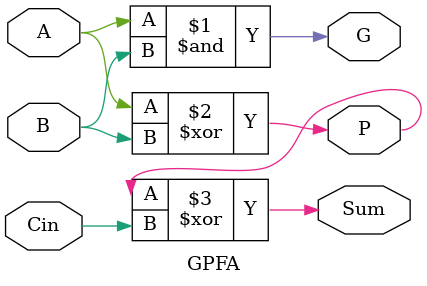
<source format=v>
module GPFA (
    input   A, B, Cin,
    output  G, P, Sum
);

assign G = A&B;
assign P = A^B;
assign Sum = P ^ Cin;
    
endmodule
</source>
